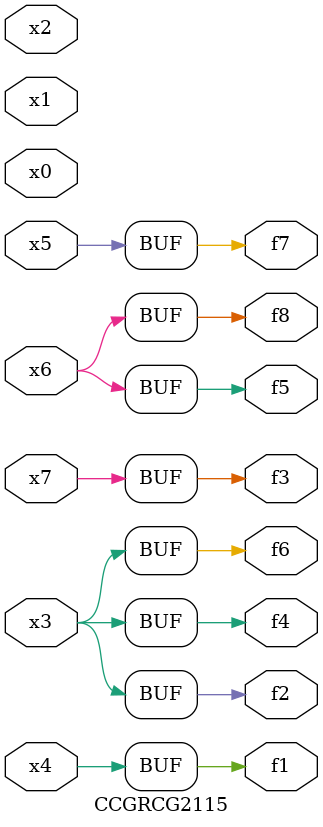
<source format=v>
module CCGRCG2115(
	input x0, x1, x2, x3, x4, x5, x6, x7,
	output f1, f2, f3, f4, f5, f6, f7, f8
);
	assign f1 = x4;
	assign f2 = x3;
	assign f3 = x7;
	assign f4 = x3;
	assign f5 = x6;
	assign f6 = x3;
	assign f7 = x5;
	assign f8 = x6;
endmodule

</source>
